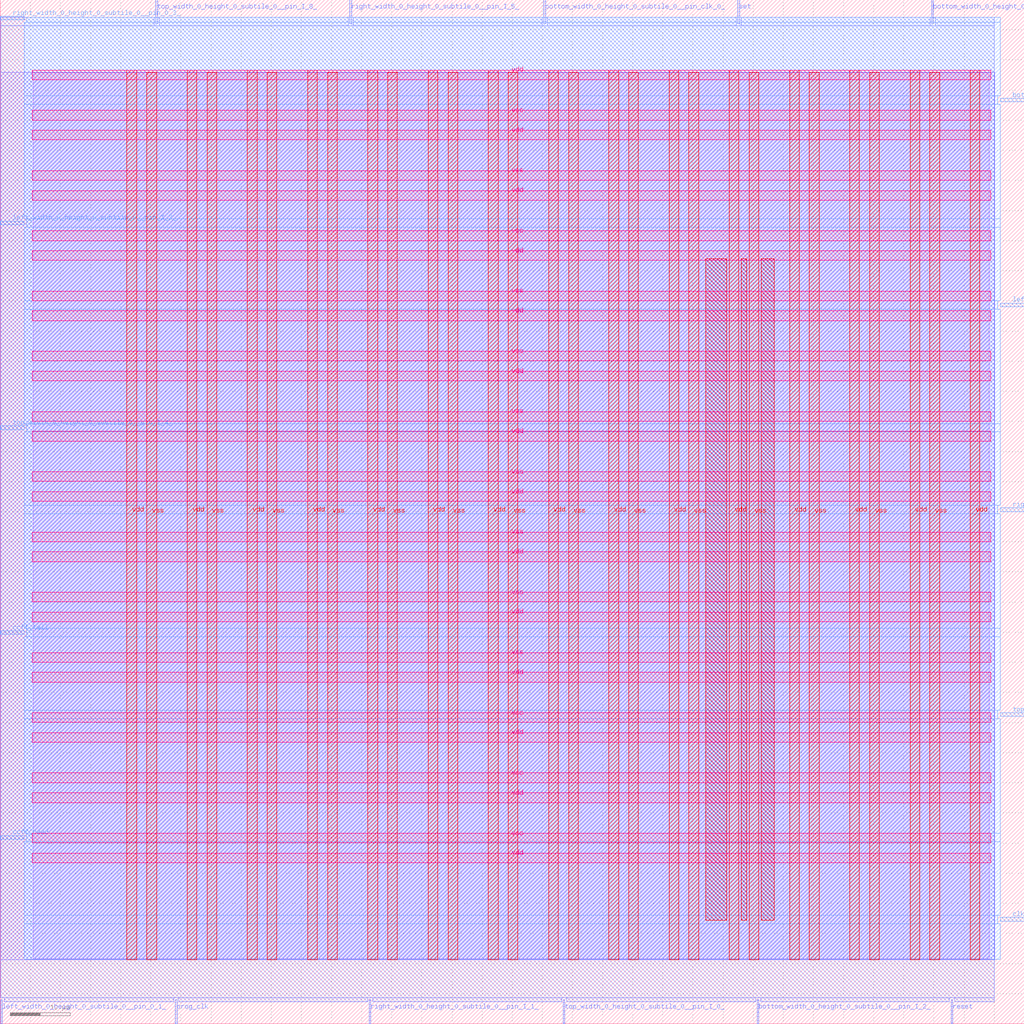
<source format=lef>
VERSION 5.7 ;
  NOWIREEXTENSIONATPIN ON ;
  DIVIDERCHAR "/" ;
  BUSBITCHARS "[]" ;
MACRO grid_clb
  CLASS BLOCK ;
  FOREIGN grid_clb ;
  ORIGIN 0.000 0.000 ;
  SIZE 170.000 BY 170.000 ;
  PIN bottom_width_0_height_0_subtile_0__pin_I_2_
    DIRECTION INPUT ;
    USE SIGNAL ;
    ANTENNAGATEAREA 0.196500 ;
    PORT
      LAYER met2 ;
        RECT 125.670 0.000 125.950 4.000 ;
    END
  END bottom_width_0_height_0_subtile_0__pin_I_2_
  PIN bottom_width_0_height_0_subtile_0__pin_I_6_
    DIRECTION INPUT ;
    USE SIGNAL ;
    ANTENNAGATEAREA 0.196500 ;
    PORT
      LAYER met3 ;
        RECT 166.000 153.040 170.000 153.640 ;
    END
  END bottom_width_0_height_0_subtile_0__pin_I_6_
  PIN bottom_width_0_height_0_subtile_0__pin_O_0_
    DIRECTION OUTPUT TRISTATE ;
    USE SIGNAL ;
    ANTENNADIFFAREA 0.795200 ;
    PORT
      LAYER met2 ;
        RECT 154.650 166.000 154.930 170.000 ;
    END
  END bottom_width_0_height_0_subtile_0__pin_O_0_
  PIN bottom_width_0_height_0_subtile_0__pin_clk_0_
    DIRECTION INPUT ;
    USE SIGNAL ;
    PORT
      LAYER met2 ;
        RECT 90.250 166.000 90.530 170.000 ;
    END
  END bottom_width_0_height_0_subtile_0__pin_clk_0_
  PIN ccff_head
    DIRECTION INPUT ;
    USE SIGNAL ;
    ANTENNAGATEAREA 0.196500 ;
    PORT
      LAYER met3 ;
        RECT 0.000 30.640 4.000 31.240 ;
    END
  END ccff_head
  PIN ccff_tail
    DIRECTION OUTPUT TRISTATE ;
    USE SIGNAL ;
    ANTENNADIFFAREA 0.795200 ;
    PORT
      LAYER met3 ;
        RECT 0.000 64.640 4.000 65.240 ;
    END
  END ccff_tail
  PIN clk
    DIRECTION INPUT ;
    USE SIGNAL ;
    ANTENNAGATEAREA 0.852000 ;
    PORT
      LAYER met3 ;
        RECT 166.000 17.040 170.000 17.640 ;
    END
  END clk
  PIN left_width_0_height_0_subtile_0__pin_I_3_
    DIRECTION INPUT ;
    USE SIGNAL ;
    ANTENNAGATEAREA 0.196500 ;
    PORT
      LAYER met3 ;
        RECT 0.000 132.640 4.000 133.240 ;
    END
  END left_width_0_height_0_subtile_0__pin_I_3_
  PIN left_width_0_height_0_subtile_0__pin_I_7_
    DIRECTION INPUT ;
    USE SIGNAL ;
    ANTENNAGATEAREA 0.196500 ;
    PORT
      LAYER met3 ;
        RECT 166.000 119.040 170.000 119.640 ;
    END
  END left_width_0_height_0_subtile_0__pin_I_7_
  PIN left_width_0_height_0_subtile_0__pin_O_1_
    DIRECTION OUTPUT TRISTATE ;
    USE SIGNAL ;
    ANTENNADIFFAREA 0.795200 ;
    PORT
      LAYER met2 ;
        RECT 0.090 0.000 0.370 4.000 ;
    END
  END left_width_0_height_0_subtile_0__pin_O_1_
  PIN prog_clk
    DIRECTION INPUT ;
    USE SIGNAL ;
    ANTENNAGATEAREA 0.196500 ;
    PORT
      LAYER met2 ;
        RECT 29.070 0.000 29.350 4.000 ;
    END
  END prog_clk
  PIN reset
    DIRECTION INPUT ;
    USE SIGNAL ;
    ANTENNAGATEAREA 0.213000 ;
    PORT
      LAYER met2 ;
        RECT 157.870 0.000 158.150 4.000 ;
    END
  END reset
  PIN right_width_0_height_0_subtile_0__pin_I_1_
    DIRECTION INPUT ;
    USE SIGNAL ;
    ANTENNAGATEAREA 0.196500 ;
    PORT
      LAYER met2 ;
        RECT 61.270 0.000 61.550 4.000 ;
    END
  END right_width_0_height_0_subtile_0__pin_I_1_
  PIN right_width_0_height_0_subtile_0__pin_I_5_
    DIRECTION INPUT ;
    USE SIGNAL ;
    ANTENNAGATEAREA 0.196500 ;
    PORT
      LAYER met2 ;
        RECT 58.050 166.000 58.330 170.000 ;
    END
  END right_width_0_height_0_subtile_0__pin_I_5_
  PIN right_width_0_height_0_subtile_0__pin_I_9_
    DIRECTION INPUT ;
    USE SIGNAL ;
    ANTENNAGATEAREA 0.196500 ;
    PORT
      LAYER met3 ;
        RECT 166.000 85.040 170.000 85.640 ;
    END
  END right_width_0_height_0_subtile_0__pin_I_9_
  PIN right_width_0_height_0_subtile_0__pin_O_3_
    DIRECTION OUTPUT TRISTATE ;
    USE SIGNAL ;
    ANTENNADIFFAREA 0.795200 ;
    PORT
      LAYER met3 ;
        RECT 0.000 166.640 4.000 167.240 ;
    END
  END right_width_0_height_0_subtile_0__pin_O_3_
  PIN set
    DIRECTION INPUT ;
    USE SIGNAL ;
    ANTENNAGATEAREA 0.213000 ;
    PORT
      LAYER met2 ;
        RECT 122.450 166.000 122.730 170.000 ;
    END
  END set
  PIN top_width_0_height_0_subtile_0__pin_I_0_
    DIRECTION INPUT ;
    USE SIGNAL ;
    ANTENNAGATEAREA 0.196500 ;
    PORT
      LAYER met2 ;
        RECT 93.470 0.000 93.750 4.000 ;
    END
  END top_width_0_height_0_subtile_0__pin_I_0_
  PIN top_width_0_height_0_subtile_0__pin_I_4_
    DIRECTION INPUT ;
    USE SIGNAL ;
    ANTENNAGATEAREA 0.196500 ;
    PORT
      LAYER met3 ;
        RECT 0.000 98.640 4.000 99.240 ;
    END
  END top_width_0_height_0_subtile_0__pin_I_4_
  PIN top_width_0_height_0_subtile_0__pin_I_8_
    DIRECTION INPUT ;
    USE SIGNAL ;
    ANTENNAGATEAREA 0.196500 ;
    PORT
      LAYER met2 ;
        RECT 25.850 166.000 26.130 170.000 ;
    END
  END top_width_0_height_0_subtile_0__pin_I_8_
  PIN top_width_0_height_0_subtile_0__pin_O_2_
    DIRECTION OUTPUT TRISTATE ;
    USE SIGNAL ;
    ANTENNADIFFAREA 0.445500 ;
    PORT
      LAYER met3 ;
        RECT 166.000 51.040 170.000 51.640 ;
    END
  END top_width_0_height_0_subtile_0__pin_O_2_
  PIN vdd
    DIRECTION INOUT ;
    USE POWER ;
    PORT
      LAYER met4 ;
        RECT 21.040 10.640 22.640 158.330 ;
    END
    PORT
      LAYER met4 ;
        RECT 31.040 10.640 32.640 158.330 ;
    END
    PORT
      LAYER met4 ;
        RECT 41.040 10.640 42.640 158.330 ;
    END
    PORT
      LAYER met4 ;
        RECT 51.040 10.640 52.640 158.330 ;
    END
    PORT
      LAYER met4 ;
        RECT 61.040 10.640 62.640 158.330 ;
    END
    PORT
      LAYER met4 ;
        RECT 71.040 10.640 72.640 158.330 ;
    END
    PORT
      LAYER met4 ;
        RECT 81.040 10.640 82.640 158.330 ;
    END
    PORT
      LAYER met4 ;
        RECT 91.040 10.640 92.640 158.330 ;
    END
    PORT
      LAYER met4 ;
        RECT 101.040 10.640 102.640 158.330 ;
    END
    PORT
      LAYER met4 ;
        RECT 111.040 10.640 112.640 158.330 ;
    END
    PORT
      LAYER met4 ;
        RECT 121.040 10.640 122.640 158.330 ;
    END
    PORT
      LAYER met4 ;
        RECT 131.040 10.640 132.640 158.330 ;
    END
    PORT
      LAYER met4 ;
        RECT 141.040 10.640 142.640 158.330 ;
    END
    PORT
      LAYER met4 ;
        RECT 151.040 10.640 152.640 158.330 ;
    END
    PORT
      LAYER met4 ;
        RECT 161.040 10.640 162.640 158.330 ;
    END
    PORT
      LAYER met5 ;
        RECT 5.280 26.730 164.460 28.330 ;
    END
    PORT
      LAYER met5 ;
        RECT 5.280 36.730 164.460 38.330 ;
    END
    PORT
      LAYER met5 ;
        RECT 5.280 46.730 164.460 48.330 ;
    END
    PORT
      LAYER met5 ;
        RECT 5.280 56.730 164.460 58.330 ;
    END
    PORT
      LAYER met5 ;
        RECT 5.280 66.730 164.460 68.330 ;
    END
    PORT
      LAYER met5 ;
        RECT 5.280 76.730 164.460 78.330 ;
    END
    PORT
      LAYER met5 ;
        RECT 5.280 86.730 164.460 88.330 ;
    END
    PORT
      LAYER met5 ;
        RECT 5.280 96.730 164.460 98.330 ;
    END
    PORT
      LAYER met5 ;
        RECT 5.280 106.730 164.460 108.330 ;
    END
    PORT
      LAYER met5 ;
        RECT 5.280 116.730 164.460 118.330 ;
    END
    PORT
      LAYER met5 ;
        RECT 5.280 126.730 164.460 128.330 ;
    END
    PORT
      LAYER met5 ;
        RECT 5.280 136.730 164.460 138.330 ;
    END
    PORT
      LAYER met5 ;
        RECT 5.280 146.730 164.460 148.330 ;
    END
    PORT
      LAYER met5 ;
        RECT 5.280 156.730 164.460 158.330 ;
    END
  END vdd
  PIN vss
    DIRECTION INOUT ;
    USE GROUND ;
    PORT
      LAYER met4 ;
        RECT 24.340 10.640 25.940 158.000 ;
    END
    PORT
      LAYER met4 ;
        RECT 34.340 10.640 35.940 158.000 ;
    END
    PORT
      LAYER met4 ;
        RECT 44.340 10.640 45.940 158.000 ;
    END
    PORT
      LAYER met4 ;
        RECT 54.340 10.640 55.940 158.000 ;
    END
    PORT
      LAYER met4 ;
        RECT 64.340 10.640 65.940 158.000 ;
    END
    PORT
      LAYER met4 ;
        RECT 74.340 10.640 75.940 158.000 ;
    END
    PORT
      LAYER met4 ;
        RECT 84.340 10.640 85.940 158.000 ;
    END
    PORT
      LAYER met4 ;
        RECT 94.340 10.640 95.940 158.000 ;
    END
    PORT
      LAYER met4 ;
        RECT 104.340 10.640 105.940 158.000 ;
    END
    PORT
      LAYER met4 ;
        RECT 114.340 10.640 115.940 158.000 ;
    END
    PORT
      LAYER met4 ;
        RECT 124.340 10.640 125.940 158.000 ;
    END
    PORT
      LAYER met4 ;
        RECT 134.340 10.640 135.940 158.000 ;
    END
    PORT
      LAYER met4 ;
        RECT 144.340 10.640 145.940 158.000 ;
    END
    PORT
      LAYER met4 ;
        RECT 154.340 10.640 155.940 158.000 ;
    END
    PORT
      LAYER met5 ;
        RECT 5.280 30.030 164.460 31.630 ;
    END
    PORT
      LAYER met5 ;
        RECT 5.280 40.030 164.460 41.630 ;
    END
    PORT
      LAYER met5 ;
        RECT 5.280 50.030 164.460 51.630 ;
    END
    PORT
      LAYER met5 ;
        RECT 5.280 60.030 164.460 61.630 ;
    END
    PORT
      LAYER met5 ;
        RECT 5.280 70.030 164.460 71.630 ;
    END
    PORT
      LAYER met5 ;
        RECT 5.280 80.030 164.460 81.630 ;
    END
    PORT
      LAYER met5 ;
        RECT 5.280 90.030 164.460 91.630 ;
    END
    PORT
      LAYER met5 ;
        RECT 5.280 100.030 164.460 101.630 ;
    END
    PORT
      LAYER met5 ;
        RECT 5.280 110.030 164.460 111.630 ;
    END
    PORT
      LAYER met5 ;
        RECT 5.280 120.030 164.460 121.630 ;
    END
    PORT
      LAYER met5 ;
        RECT 5.280 130.030 164.460 131.630 ;
    END
    PORT
      LAYER met5 ;
        RECT 5.280 140.030 164.460 141.630 ;
    END
    PORT
      LAYER met5 ;
        RECT 5.280 150.030 164.460 151.630 ;
    END
  END vss
  OBS
      LAYER li1 ;
        RECT 5.520 10.795 164.220 157.845 ;
      LAYER met1 ;
        RECT 0.070 10.640 165.070 158.000 ;
      LAYER met2 ;
        RECT 0.100 165.720 25.570 167.125 ;
        RECT 26.410 165.720 57.770 167.125 ;
        RECT 58.610 165.720 89.970 167.125 ;
        RECT 90.810 165.720 122.170 167.125 ;
        RECT 123.010 165.720 154.370 167.125 ;
        RECT 155.210 165.720 165.050 167.125 ;
        RECT 0.100 4.280 165.050 165.720 ;
        RECT 0.650 3.670 28.790 4.280 ;
        RECT 29.630 3.670 60.990 4.280 ;
        RECT 61.830 3.670 93.190 4.280 ;
        RECT 94.030 3.670 125.390 4.280 ;
        RECT 126.230 3.670 157.590 4.280 ;
        RECT 158.430 3.670 165.050 4.280 ;
      LAYER met3 ;
        RECT 4.400 166.240 166.000 167.105 ;
        RECT 4.000 154.040 166.000 166.240 ;
        RECT 4.000 152.640 165.600 154.040 ;
        RECT 4.000 133.640 166.000 152.640 ;
        RECT 4.400 132.240 166.000 133.640 ;
        RECT 4.000 120.040 166.000 132.240 ;
        RECT 4.000 118.640 165.600 120.040 ;
        RECT 4.000 99.640 166.000 118.640 ;
        RECT 4.400 98.240 166.000 99.640 ;
        RECT 4.000 86.040 166.000 98.240 ;
        RECT 4.000 84.640 165.600 86.040 ;
        RECT 4.000 65.640 166.000 84.640 ;
        RECT 4.400 64.240 166.000 65.640 ;
        RECT 4.000 52.040 166.000 64.240 ;
        RECT 4.000 50.640 165.600 52.040 ;
        RECT 4.000 31.640 166.000 50.640 ;
        RECT 4.400 30.240 166.000 31.640 ;
        RECT 4.000 18.040 166.000 30.240 ;
        RECT 4.000 16.640 165.600 18.040 ;
        RECT 4.000 10.715 166.000 16.640 ;
      LAYER met4 ;
        RECT 117.135 17.175 120.640 126.985 ;
        RECT 123.040 17.175 123.940 126.985 ;
        RECT 126.340 17.175 128.505 126.985 ;
  END
END grid_clb
END LIBRARY


</source>
